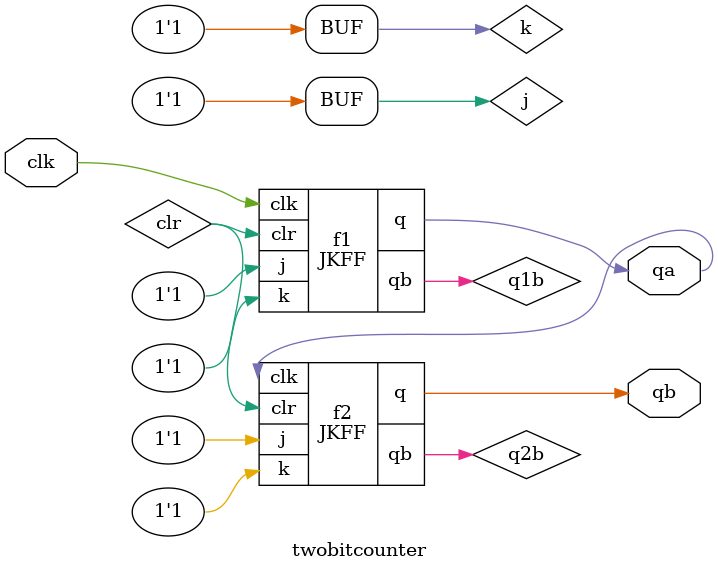
<source format=v>
module JKFF(q,qb,j,k,clk,clr);
input j,k,clk,clr;
output q,qb;
wire w1,w2,m,mb,w3,w4,clkb;

nand (w1,j,clk,qb,clr);
nand(w2,k,clk,q);
nand(m,w1,mb);
nand(mb,w2,m,clr);

not(clkb,clk);

nand(w3,m,clkb);
nand(w4,mb,clkb);
nand(q,w3,qb);
nand(qb,w4,q,clr);
endmodule
/*
set clk = clock
initialy force clr = 0
then set clr = 1
*/
module twobitcounter(clk,qa,qb);
input clk;
output qa,qb;
wire q1b,q2b,clr;
reg j = 1, k = 1;
JKFF f1(qa,q1b,j,k,clk,clr);
JKFF f2(qb,q2b,j,k,qa,clr);
endmodule




</source>
